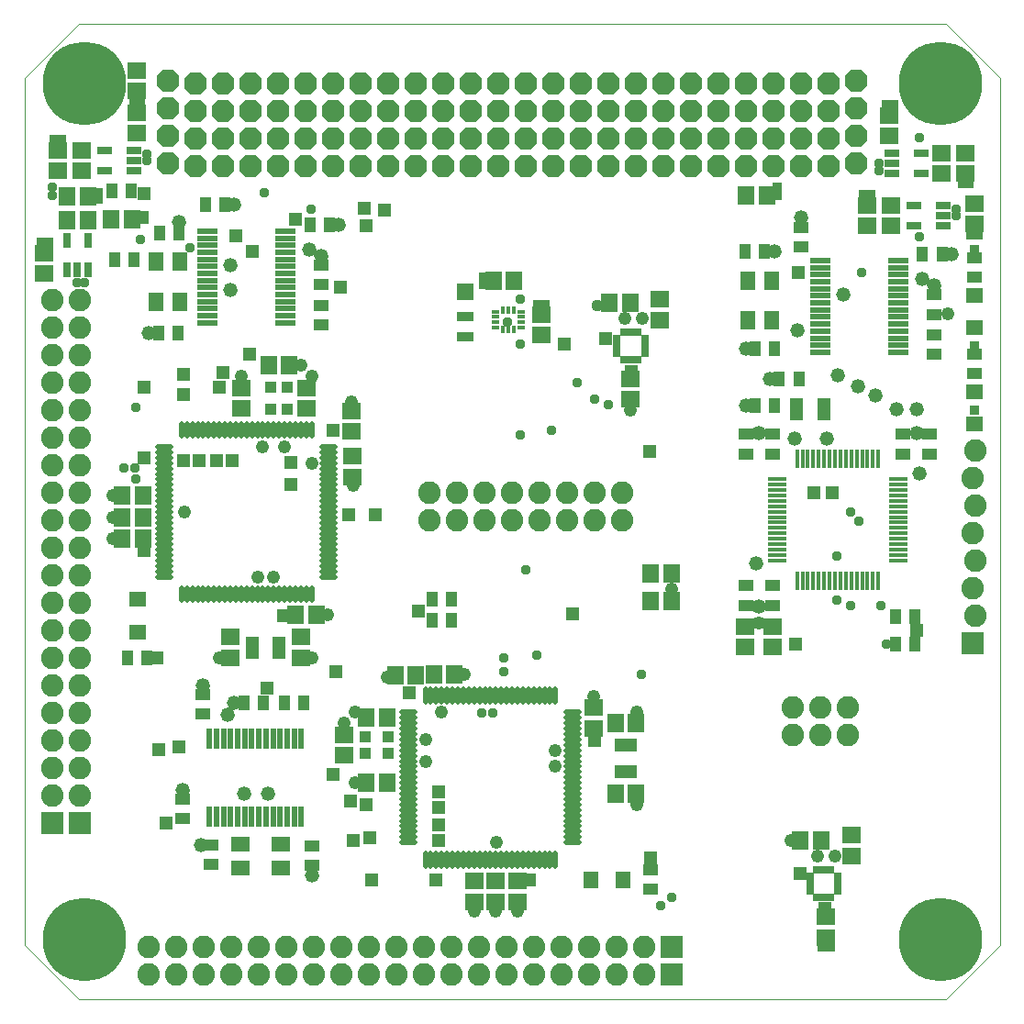
<source format=gts>
G75*
%MOIN*%
%OFA0B0*%
%FSLAX25Y25*%
%IPPOS*%
%LPD*%
%AMOC8*
5,1,8,0,0,1.08239X$1,22.5*
%
%ADD10R,0.06706X0.05918*%
%ADD11R,0.05918X0.06706*%
%ADD12R,0.04737X0.07887*%
%ADD13R,0.03950X0.04343*%
%ADD14C,0.01981*%
%ADD15R,0.03950X0.05524*%
%ADD16C,0.00000*%
%ADD17C,0.30328*%
%ADD18OC8,0.08200*%
%ADD19R,0.06902X0.01784*%
%ADD20R,0.01784X0.06902*%
%ADD21R,0.07690X0.02375*%
%ADD22R,0.05524X0.03950*%
%ADD23C,0.05200*%
%ADD24R,0.05721X0.07099*%
%ADD25R,0.01784X0.04737*%
%ADD26R,0.04737X0.01784*%
%ADD27R,0.08200X0.08200*%
%ADD28C,0.08200*%
%ADD29R,0.07887X0.04737*%
%ADD30R,0.02375X0.07690*%
%ADD31R,0.07099X0.05721*%
%ADD32R,0.04343X0.03950*%
%ADD33R,0.06312X0.05524*%
%ADD34R,0.05524X0.06312*%
%ADD35R,0.02570X0.01980*%
%ADD36R,0.01980X0.02570*%
%ADD37R,0.01784X0.02670*%
%ADD38R,0.02670X0.01784*%
%ADD39R,0.05918X0.03556*%
%ADD40R,0.05524X0.03162*%
%ADD41R,0.03162X0.05524*%
%ADD42R,0.04762X0.04762*%
%ADD43C,0.03778*%
%ADD44R,0.03778X0.03778*%
%ADD45C,0.04762*%
%ADD46C,0.04400*%
D10*
X0126400Y0094607D03*
X0126400Y0102087D03*
X0110652Y0130040D03*
X0110652Y0137520D03*
X0085061Y0137520D03*
X0085061Y0130040D03*
X0129509Y0195719D03*
X0129509Y0203199D03*
X0129213Y0212134D03*
X0129213Y0219615D03*
X0112620Y0220591D03*
X0112620Y0228071D03*
X0088998Y0228071D03*
X0088998Y0220591D03*
X0017548Y0269627D03*
X0017548Y0277107D03*
X0022298Y0306877D03*
X0022298Y0314357D03*
X0031048Y0314357D03*
X0031048Y0306877D03*
X0051048Y0320627D03*
X0051048Y0328107D03*
X0051098Y0335827D03*
X0051098Y0343307D03*
X0197945Y0254666D03*
X0197945Y0247186D03*
X0230550Y0231292D03*
X0230550Y0223812D03*
X0240940Y0252674D03*
X0240940Y0260154D03*
X0316298Y0286877D03*
X0316298Y0294357D03*
X0325048Y0294357D03*
X0325048Y0286877D03*
X0343298Y0305877D03*
X0343298Y0313357D03*
X0352048Y0313357D03*
X0352048Y0305877D03*
X0355548Y0295107D03*
X0355548Y0287627D03*
X0324548Y0319627D03*
X0324548Y0327107D03*
X0281912Y0141457D03*
X0281912Y0133977D03*
X0272069Y0133977D03*
X0272069Y0141457D03*
X0216951Y0111930D03*
X0216951Y0104449D03*
X0189392Y0048938D03*
X0189392Y0041457D03*
X0181518Y0041457D03*
X0181518Y0048938D03*
X0173644Y0048938D03*
X0173644Y0041457D03*
X0301472Y0035938D03*
X0301472Y0028457D03*
X0310808Y0058111D03*
X0310808Y0065591D03*
D11*
X0299638Y0063467D03*
X0292157Y0063467D03*
X0232502Y0080630D03*
X0225022Y0080630D03*
X0225022Y0106221D03*
X0232502Y0106221D03*
X0237865Y0150615D03*
X0245345Y0150615D03*
X0245345Y0160741D03*
X0237865Y0160741D03*
X0166446Y0123900D03*
X0158965Y0123900D03*
X0152430Y0123560D03*
X0144950Y0123560D03*
X0141951Y0108189D03*
X0134471Y0108189D03*
X0134471Y0084567D03*
X0141951Y0084567D03*
X0116361Y0145591D03*
X0108880Y0145591D03*
X0053369Y0173150D03*
X0045888Y0173150D03*
X0045888Y0181024D03*
X0053369Y0181024D03*
X0053369Y0188898D03*
X0045888Y0188898D03*
X0099038Y0236142D03*
X0106518Y0236142D03*
X0049280Y0289319D03*
X0041800Y0289319D03*
X0033288Y0288867D03*
X0025807Y0288867D03*
X0025807Y0297617D03*
X0033288Y0297617D03*
X0180737Y0266853D03*
X0188217Y0266853D03*
X0222872Y0259048D03*
X0230353Y0259048D03*
X0272557Y0297867D03*
X0280038Y0297867D03*
D12*
X0290802Y0220145D03*
X0300644Y0220145D03*
X0102778Y0133780D03*
X0092935Y0133780D03*
D13*
X0099825Y0220197D03*
X0105731Y0220197D03*
X0105731Y0228465D03*
X0099825Y0228465D03*
D14*
X0098841Y0215079D02*
X0098841Y0210551D01*
X0098841Y0210551D01*
X0098841Y0215079D01*
X0098841Y0215079D01*
X0098841Y0212531D02*
X0098841Y0212531D01*
X0098841Y0214511D02*
X0098841Y0214511D01*
X0100809Y0215079D02*
X0100809Y0210551D01*
X0100809Y0210551D01*
X0100809Y0215079D01*
X0100809Y0215079D01*
X0100809Y0212531D02*
X0100809Y0212531D01*
X0100809Y0214511D02*
X0100809Y0214511D01*
X0102778Y0215079D02*
X0102778Y0210551D01*
X0102778Y0210551D01*
X0102778Y0215079D01*
X0102778Y0215079D01*
X0102778Y0212531D02*
X0102778Y0212531D01*
X0102778Y0214511D02*
X0102778Y0214511D01*
X0104746Y0215079D02*
X0104746Y0210551D01*
X0104746Y0210551D01*
X0104746Y0215079D01*
X0104746Y0215079D01*
X0104746Y0212531D02*
X0104746Y0212531D01*
X0104746Y0214511D02*
X0104746Y0214511D01*
X0106715Y0215079D02*
X0106715Y0210551D01*
X0106715Y0210551D01*
X0106715Y0215079D01*
X0106715Y0215079D01*
X0106715Y0212531D02*
X0106715Y0212531D01*
X0106715Y0214511D02*
X0106715Y0214511D01*
X0108683Y0215079D02*
X0108683Y0210551D01*
X0108683Y0210551D01*
X0108683Y0215079D01*
X0108683Y0215079D01*
X0108683Y0212531D02*
X0108683Y0212531D01*
X0108683Y0214511D02*
X0108683Y0214511D01*
X0110652Y0215079D02*
X0110652Y0210551D01*
X0110652Y0210551D01*
X0110652Y0215079D01*
X0110652Y0215079D01*
X0110652Y0212531D02*
X0110652Y0212531D01*
X0110652Y0214511D02*
X0110652Y0214511D01*
X0112620Y0215079D02*
X0112620Y0210551D01*
X0112620Y0210551D01*
X0112620Y0215079D01*
X0112620Y0215079D01*
X0112620Y0212531D02*
X0112620Y0212531D01*
X0112620Y0214511D02*
X0112620Y0214511D01*
X0114589Y0215079D02*
X0114589Y0210551D01*
X0114589Y0210551D01*
X0114589Y0215079D01*
X0114589Y0215079D01*
X0114589Y0212531D02*
X0114589Y0212531D01*
X0114589Y0214511D02*
X0114589Y0214511D01*
X0118526Y0206615D02*
X0123054Y0206615D01*
X0123054Y0206615D01*
X0118526Y0206615D01*
X0118526Y0206615D01*
X0118526Y0204646D02*
X0123054Y0204646D01*
X0123054Y0204646D01*
X0118526Y0204646D01*
X0118526Y0204646D01*
X0118526Y0202678D02*
X0123054Y0202678D01*
X0123054Y0202678D01*
X0118526Y0202678D01*
X0118526Y0202678D01*
X0118526Y0200709D02*
X0123054Y0200709D01*
X0123054Y0200709D01*
X0118526Y0200709D01*
X0118526Y0200709D01*
X0118526Y0198741D02*
X0123054Y0198741D01*
X0123054Y0198741D01*
X0118526Y0198741D01*
X0118526Y0198741D01*
X0118526Y0196772D02*
X0123054Y0196772D01*
X0123054Y0196772D01*
X0118526Y0196772D01*
X0118526Y0196772D01*
X0118526Y0194804D02*
X0123054Y0194804D01*
X0123054Y0194804D01*
X0118526Y0194804D01*
X0118526Y0194804D01*
X0118526Y0192835D02*
X0123054Y0192835D01*
X0123054Y0192835D01*
X0118526Y0192835D01*
X0118526Y0192835D01*
X0118526Y0190867D02*
X0123054Y0190867D01*
X0123054Y0190867D01*
X0118526Y0190867D01*
X0118526Y0190867D01*
X0118526Y0188898D02*
X0123054Y0188898D01*
X0123054Y0188898D01*
X0118526Y0188898D01*
X0118526Y0188898D01*
X0118526Y0186930D02*
X0123054Y0186930D01*
X0123054Y0186930D01*
X0118526Y0186930D01*
X0118526Y0186930D01*
X0118526Y0184961D02*
X0123054Y0184961D01*
X0123054Y0184961D01*
X0118526Y0184961D01*
X0118526Y0184961D01*
X0118526Y0182993D02*
X0123054Y0182993D01*
X0123054Y0182993D01*
X0118526Y0182993D01*
X0118526Y0182993D01*
X0118526Y0181024D02*
X0123054Y0181024D01*
X0123054Y0181024D01*
X0118526Y0181024D01*
X0118526Y0181024D01*
X0118526Y0179056D02*
X0123054Y0179056D01*
X0123054Y0179056D01*
X0118526Y0179056D01*
X0118526Y0179056D01*
X0118526Y0177087D02*
X0123054Y0177087D01*
X0123054Y0177087D01*
X0118526Y0177087D01*
X0118526Y0177087D01*
X0118526Y0175119D02*
X0123054Y0175119D01*
X0123054Y0175119D01*
X0118526Y0175119D01*
X0118526Y0175119D01*
X0118526Y0173150D02*
X0123054Y0173150D01*
X0123054Y0173150D01*
X0118526Y0173150D01*
X0118526Y0173150D01*
X0118526Y0171182D02*
X0123054Y0171182D01*
X0123054Y0171182D01*
X0118526Y0171182D01*
X0118526Y0171182D01*
X0118526Y0169213D02*
X0123054Y0169213D01*
X0123054Y0169213D01*
X0118526Y0169213D01*
X0118526Y0169213D01*
X0118526Y0167245D02*
X0123054Y0167245D01*
X0123054Y0167245D01*
X0118526Y0167245D01*
X0118526Y0167245D01*
X0118526Y0165276D02*
X0123054Y0165276D01*
X0123054Y0165276D01*
X0118526Y0165276D01*
X0118526Y0165276D01*
X0118526Y0163308D02*
X0123054Y0163308D01*
X0123054Y0163308D01*
X0118526Y0163308D01*
X0118526Y0163308D01*
X0118526Y0161339D02*
X0123054Y0161339D01*
X0123054Y0161339D01*
X0118526Y0161339D01*
X0118526Y0161339D01*
X0118526Y0159371D02*
X0123054Y0159371D01*
X0123054Y0159371D01*
X0118526Y0159371D01*
X0118526Y0159371D01*
X0114589Y0155434D02*
X0114589Y0150906D01*
X0114589Y0150906D01*
X0114589Y0155434D01*
X0114589Y0155434D01*
X0114589Y0152886D02*
X0114589Y0152886D01*
X0114589Y0154866D02*
X0114589Y0154866D01*
X0112620Y0155434D02*
X0112620Y0150906D01*
X0112620Y0150906D01*
X0112620Y0155434D01*
X0112620Y0155434D01*
X0112620Y0152886D02*
X0112620Y0152886D01*
X0112620Y0154866D02*
X0112620Y0154866D01*
X0110652Y0155434D02*
X0110652Y0150906D01*
X0110652Y0150906D01*
X0110652Y0155434D01*
X0110652Y0155434D01*
X0110652Y0152886D02*
X0110652Y0152886D01*
X0110652Y0154866D02*
X0110652Y0154866D01*
X0108683Y0155434D02*
X0108683Y0150906D01*
X0108683Y0150906D01*
X0108683Y0155434D01*
X0108683Y0155434D01*
X0108683Y0152886D02*
X0108683Y0152886D01*
X0108683Y0154866D02*
X0108683Y0154866D01*
X0106715Y0155434D02*
X0106715Y0150906D01*
X0106715Y0150906D01*
X0106715Y0155434D01*
X0106715Y0155434D01*
X0106715Y0152886D02*
X0106715Y0152886D01*
X0106715Y0154866D02*
X0106715Y0154866D01*
X0104746Y0155434D02*
X0104746Y0150906D01*
X0104746Y0150906D01*
X0104746Y0155434D01*
X0104746Y0155434D01*
X0104746Y0152886D02*
X0104746Y0152886D01*
X0104746Y0154866D02*
X0104746Y0154866D01*
X0102778Y0155434D02*
X0102778Y0150906D01*
X0102778Y0150906D01*
X0102778Y0155434D01*
X0102778Y0155434D01*
X0102778Y0152886D02*
X0102778Y0152886D01*
X0102778Y0154866D02*
X0102778Y0154866D01*
X0100809Y0155434D02*
X0100809Y0150906D01*
X0100809Y0150906D01*
X0100809Y0155434D01*
X0100809Y0155434D01*
X0100809Y0152886D02*
X0100809Y0152886D01*
X0100809Y0154866D02*
X0100809Y0154866D01*
X0098841Y0155434D02*
X0098841Y0150906D01*
X0098841Y0150906D01*
X0098841Y0155434D01*
X0098841Y0155434D01*
X0098841Y0152886D02*
X0098841Y0152886D01*
X0098841Y0154866D02*
X0098841Y0154866D01*
X0096872Y0155434D02*
X0096872Y0150906D01*
X0096872Y0150906D01*
X0096872Y0155434D01*
X0096872Y0155434D01*
X0096872Y0152886D02*
X0096872Y0152886D01*
X0096872Y0154866D02*
X0096872Y0154866D01*
X0094904Y0155434D02*
X0094904Y0150906D01*
X0094904Y0150906D01*
X0094904Y0155434D01*
X0094904Y0155434D01*
X0094904Y0152886D02*
X0094904Y0152886D01*
X0094904Y0154866D02*
X0094904Y0154866D01*
X0092935Y0155434D02*
X0092935Y0150906D01*
X0092935Y0150906D01*
X0092935Y0155434D01*
X0092935Y0155434D01*
X0092935Y0152886D02*
X0092935Y0152886D01*
X0092935Y0154866D02*
X0092935Y0154866D01*
X0090967Y0155434D02*
X0090967Y0150906D01*
X0090967Y0150906D01*
X0090967Y0155434D01*
X0090967Y0155434D01*
X0090967Y0152886D02*
X0090967Y0152886D01*
X0090967Y0154866D02*
X0090967Y0154866D01*
X0088998Y0155434D02*
X0088998Y0150906D01*
X0088998Y0150906D01*
X0088998Y0155434D01*
X0088998Y0155434D01*
X0088998Y0152886D02*
X0088998Y0152886D01*
X0088998Y0154866D02*
X0088998Y0154866D01*
X0087030Y0155434D02*
X0087030Y0150906D01*
X0087030Y0150906D01*
X0087030Y0155434D01*
X0087030Y0155434D01*
X0087030Y0152886D02*
X0087030Y0152886D01*
X0087030Y0154866D02*
X0087030Y0154866D01*
X0085061Y0155434D02*
X0085061Y0150906D01*
X0085061Y0150906D01*
X0085061Y0155434D01*
X0085061Y0155434D01*
X0085061Y0152886D02*
X0085061Y0152886D01*
X0085061Y0154866D02*
X0085061Y0154866D01*
X0083093Y0155434D02*
X0083093Y0150906D01*
X0083093Y0150906D01*
X0083093Y0155434D01*
X0083093Y0155434D01*
X0083093Y0152886D02*
X0083093Y0152886D01*
X0083093Y0154866D02*
X0083093Y0154866D01*
X0081124Y0155434D02*
X0081124Y0150906D01*
X0081124Y0150906D01*
X0081124Y0155434D01*
X0081124Y0155434D01*
X0081124Y0152886D02*
X0081124Y0152886D01*
X0081124Y0154866D02*
X0081124Y0154866D01*
X0079156Y0155434D02*
X0079156Y0150906D01*
X0079156Y0150906D01*
X0079156Y0155434D01*
X0079156Y0155434D01*
X0079156Y0152886D02*
X0079156Y0152886D01*
X0079156Y0154866D02*
X0079156Y0154866D01*
X0077187Y0155434D02*
X0077187Y0150906D01*
X0077187Y0150906D01*
X0077187Y0155434D01*
X0077187Y0155434D01*
X0077187Y0152886D02*
X0077187Y0152886D01*
X0077187Y0154866D02*
X0077187Y0154866D01*
X0075219Y0155434D02*
X0075219Y0150906D01*
X0075219Y0150906D01*
X0075219Y0155434D01*
X0075219Y0155434D01*
X0075219Y0152886D02*
X0075219Y0152886D01*
X0075219Y0154866D02*
X0075219Y0154866D01*
X0073250Y0155434D02*
X0073250Y0150906D01*
X0073250Y0150906D01*
X0073250Y0155434D01*
X0073250Y0155434D01*
X0073250Y0152886D02*
X0073250Y0152886D01*
X0073250Y0154866D02*
X0073250Y0154866D01*
X0071282Y0155434D02*
X0071282Y0150906D01*
X0071282Y0150906D01*
X0071282Y0155434D01*
X0071282Y0155434D01*
X0071282Y0152886D02*
X0071282Y0152886D01*
X0071282Y0154866D02*
X0071282Y0154866D01*
X0069313Y0155434D02*
X0069313Y0150906D01*
X0069313Y0150906D01*
X0069313Y0155434D01*
X0069313Y0155434D01*
X0069313Y0152886D02*
X0069313Y0152886D01*
X0069313Y0154866D02*
X0069313Y0154866D01*
X0067345Y0155434D02*
X0067345Y0150906D01*
X0067345Y0150906D01*
X0067345Y0155434D01*
X0067345Y0155434D01*
X0067345Y0152886D02*
X0067345Y0152886D01*
X0067345Y0154866D02*
X0067345Y0154866D01*
X0063408Y0159371D02*
X0058880Y0159371D01*
X0063408Y0159371D02*
X0063408Y0159371D01*
X0058880Y0159371D01*
X0058880Y0159371D01*
X0058880Y0161339D02*
X0063408Y0161339D01*
X0063408Y0161339D01*
X0058880Y0161339D01*
X0058880Y0161339D01*
X0058880Y0163308D02*
X0063408Y0163308D01*
X0063408Y0163308D01*
X0058880Y0163308D01*
X0058880Y0163308D01*
X0058880Y0165276D02*
X0063408Y0165276D01*
X0063408Y0165276D01*
X0058880Y0165276D01*
X0058880Y0165276D01*
X0058880Y0167245D02*
X0063408Y0167245D01*
X0063408Y0167245D01*
X0058880Y0167245D01*
X0058880Y0167245D01*
X0058880Y0169213D02*
X0063408Y0169213D01*
X0063408Y0169213D01*
X0058880Y0169213D01*
X0058880Y0169213D01*
X0058880Y0171182D02*
X0063408Y0171182D01*
X0063408Y0171182D01*
X0058880Y0171182D01*
X0058880Y0171182D01*
X0058880Y0173150D02*
X0063408Y0173150D01*
X0063408Y0173150D01*
X0058880Y0173150D01*
X0058880Y0173150D01*
X0058880Y0175119D02*
X0063408Y0175119D01*
X0063408Y0175119D01*
X0058880Y0175119D01*
X0058880Y0175119D01*
X0058880Y0177087D02*
X0063408Y0177087D01*
X0063408Y0177087D01*
X0058880Y0177087D01*
X0058880Y0177087D01*
X0058880Y0179056D02*
X0063408Y0179056D01*
X0063408Y0179056D01*
X0058880Y0179056D01*
X0058880Y0179056D01*
X0058880Y0181024D02*
X0063408Y0181024D01*
X0063408Y0181024D01*
X0058880Y0181024D01*
X0058880Y0181024D01*
X0058880Y0182993D02*
X0063408Y0182993D01*
X0063408Y0182993D01*
X0058880Y0182993D01*
X0058880Y0182993D01*
X0058880Y0184961D02*
X0063408Y0184961D01*
X0063408Y0184961D01*
X0058880Y0184961D01*
X0058880Y0184961D01*
X0058880Y0186930D02*
X0063408Y0186930D01*
X0063408Y0186930D01*
X0058880Y0186930D01*
X0058880Y0186930D01*
X0058880Y0188898D02*
X0063408Y0188898D01*
X0063408Y0188898D01*
X0058880Y0188898D01*
X0058880Y0188898D01*
X0058880Y0190867D02*
X0063408Y0190867D01*
X0063408Y0190867D01*
X0058880Y0190867D01*
X0058880Y0190867D01*
X0058880Y0192835D02*
X0063408Y0192835D01*
X0063408Y0192835D01*
X0058880Y0192835D01*
X0058880Y0192835D01*
X0058880Y0194804D02*
X0063408Y0194804D01*
X0063408Y0194804D01*
X0058880Y0194804D01*
X0058880Y0194804D01*
X0058880Y0196772D02*
X0063408Y0196772D01*
X0063408Y0196772D01*
X0058880Y0196772D01*
X0058880Y0196772D01*
X0058880Y0198741D02*
X0063408Y0198741D01*
X0063408Y0198741D01*
X0058880Y0198741D01*
X0058880Y0198741D01*
X0058880Y0200709D02*
X0063408Y0200709D01*
X0063408Y0200709D01*
X0058880Y0200709D01*
X0058880Y0200709D01*
X0058880Y0202678D02*
X0063408Y0202678D01*
X0063408Y0202678D01*
X0058880Y0202678D01*
X0058880Y0202678D01*
X0058880Y0204646D02*
X0063408Y0204646D01*
X0063408Y0204646D01*
X0058880Y0204646D01*
X0058880Y0204646D01*
X0058880Y0206615D02*
X0063408Y0206615D01*
X0063408Y0206615D01*
X0058880Y0206615D01*
X0058880Y0206615D01*
X0067345Y0210551D02*
X0067345Y0215079D01*
X0067345Y0210551D02*
X0067345Y0210551D01*
X0067345Y0215079D01*
X0067345Y0215079D01*
X0067345Y0212531D02*
X0067345Y0212531D01*
X0067345Y0214511D02*
X0067345Y0214511D01*
X0069313Y0215079D02*
X0069313Y0210551D01*
X0069313Y0210551D01*
X0069313Y0215079D01*
X0069313Y0215079D01*
X0069313Y0212531D02*
X0069313Y0212531D01*
X0069313Y0214511D02*
X0069313Y0214511D01*
X0071282Y0215079D02*
X0071282Y0210551D01*
X0071282Y0210551D01*
X0071282Y0215079D01*
X0071282Y0215079D01*
X0071282Y0212531D02*
X0071282Y0212531D01*
X0071282Y0214511D02*
X0071282Y0214511D01*
X0073250Y0215079D02*
X0073250Y0210551D01*
X0073250Y0210551D01*
X0073250Y0215079D01*
X0073250Y0215079D01*
X0073250Y0212531D02*
X0073250Y0212531D01*
X0073250Y0214511D02*
X0073250Y0214511D01*
X0075219Y0215079D02*
X0075219Y0210551D01*
X0075219Y0210551D01*
X0075219Y0215079D01*
X0075219Y0215079D01*
X0075219Y0212531D02*
X0075219Y0212531D01*
X0075219Y0214511D02*
X0075219Y0214511D01*
X0077187Y0215079D02*
X0077187Y0210551D01*
X0077187Y0210551D01*
X0077187Y0215079D01*
X0077187Y0215079D01*
X0077187Y0212531D02*
X0077187Y0212531D01*
X0077187Y0214511D02*
X0077187Y0214511D01*
X0079156Y0215079D02*
X0079156Y0210551D01*
X0079156Y0210551D01*
X0079156Y0215079D01*
X0079156Y0215079D01*
X0079156Y0212531D02*
X0079156Y0212531D01*
X0079156Y0214511D02*
X0079156Y0214511D01*
X0081124Y0215079D02*
X0081124Y0210551D01*
X0081124Y0210551D01*
X0081124Y0215079D01*
X0081124Y0215079D01*
X0081124Y0212531D02*
X0081124Y0212531D01*
X0081124Y0214511D02*
X0081124Y0214511D01*
X0083093Y0215079D02*
X0083093Y0210551D01*
X0083093Y0210551D01*
X0083093Y0215079D01*
X0083093Y0215079D01*
X0083093Y0212531D02*
X0083093Y0212531D01*
X0083093Y0214511D02*
X0083093Y0214511D01*
X0085061Y0215079D02*
X0085061Y0210551D01*
X0085061Y0210551D01*
X0085061Y0215079D01*
X0085061Y0215079D01*
X0085061Y0212531D02*
X0085061Y0212531D01*
X0085061Y0214511D02*
X0085061Y0214511D01*
X0087030Y0215079D02*
X0087030Y0210551D01*
X0087030Y0210551D01*
X0087030Y0215079D01*
X0087030Y0215079D01*
X0087030Y0212531D02*
X0087030Y0212531D01*
X0087030Y0214511D02*
X0087030Y0214511D01*
X0088998Y0215079D02*
X0088998Y0210551D01*
X0088998Y0210551D01*
X0088998Y0215079D01*
X0088998Y0215079D01*
X0088998Y0212531D02*
X0088998Y0212531D01*
X0088998Y0214511D02*
X0088998Y0214511D01*
X0090967Y0215079D02*
X0090967Y0210551D01*
X0090967Y0210551D01*
X0090967Y0215079D01*
X0090967Y0215079D01*
X0090967Y0212531D02*
X0090967Y0212531D01*
X0090967Y0214511D02*
X0090967Y0214511D01*
X0092935Y0215079D02*
X0092935Y0210551D01*
X0092935Y0210551D01*
X0092935Y0215079D01*
X0092935Y0215079D01*
X0092935Y0212531D02*
X0092935Y0212531D01*
X0092935Y0214511D02*
X0092935Y0214511D01*
X0094904Y0215079D02*
X0094904Y0210551D01*
X0094904Y0210551D01*
X0094904Y0215079D01*
X0094904Y0215079D01*
X0094904Y0212531D02*
X0094904Y0212531D01*
X0094904Y0214511D02*
X0094904Y0214511D01*
X0096872Y0215079D02*
X0096872Y0210551D01*
X0096872Y0210551D01*
X0096872Y0215079D01*
X0096872Y0215079D01*
X0096872Y0212531D02*
X0096872Y0212531D01*
X0096872Y0214511D02*
X0096872Y0214511D01*
X0155928Y0118623D02*
X0155928Y0114095D01*
X0155928Y0118623D02*
X0155928Y0118623D01*
X0155928Y0114095D01*
X0155928Y0114095D01*
X0155928Y0116075D02*
X0155928Y0116075D01*
X0155928Y0118055D02*
X0155928Y0118055D01*
X0157896Y0118623D02*
X0157896Y0114095D01*
X0157896Y0118623D02*
X0157896Y0118623D01*
X0157896Y0114095D01*
X0157896Y0114095D01*
X0157896Y0116075D02*
X0157896Y0116075D01*
X0157896Y0118055D02*
X0157896Y0118055D01*
X0159865Y0118623D02*
X0159865Y0114095D01*
X0159865Y0118623D02*
X0159865Y0118623D01*
X0159865Y0114095D01*
X0159865Y0114095D01*
X0159865Y0116075D02*
X0159865Y0116075D01*
X0159865Y0118055D02*
X0159865Y0118055D01*
X0161833Y0118623D02*
X0161833Y0114095D01*
X0161833Y0118623D02*
X0161833Y0118623D01*
X0161833Y0114095D01*
X0161833Y0114095D01*
X0161833Y0116075D02*
X0161833Y0116075D01*
X0161833Y0118055D02*
X0161833Y0118055D01*
X0163802Y0118623D02*
X0163802Y0114095D01*
X0163802Y0118623D02*
X0163802Y0118623D01*
X0163802Y0114095D01*
X0163802Y0114095D01*
X0163802Y0116075D02*
X0163802Y0116075D01*
X0163802Y0118055D02*
X0163802Y0118055D01*
X0165770Y0118623D02*
X0165770Y0114095D01*
X0165770Y0118623D02*
X0165770Y0118623D01*
X0165770Y0114095D01*
X0165770Y0114095D01*
X0165770Y0116075D02*
X0165770Y0116075D01*
X0165770Y0118055D02*
X0165770Y0118055D01*
X0167739Y0118623D02*
X0167739Y0114095D01*
X0167739Y0118623D02*
X0167739Y0118623D01*
X0167739Y0114095D01*
X0167739Y0114095D01*
X0167739Y0116075D02*
X0167739Y0116075D01*
X0167739Y0118055D02*
X0167739Y0118055D01*
X0169707Y0118623D02*
X0169707Y0114095D01*
X0169707Y0118623D02*
X0169707Y0118623D01*
X0169707Y0114095D01*
X0169707Y0114095D01*
X0169707Y0116075D02*
X0169707Y0116075D01*
X0169707Y0118055D02*
X0169707Y0118055D01*
X0171676Y0118623D02*
X0171676Y0114095D01*
X0171676Y0118623D02*
X0171676Y0118623D01*
X0171676Y0114095D01*
X0171676Y0114095D01*
X0171676Y0116075D02*
X0171676Y0116075D01*
X0171676Y0118055D02*
X0171676Y0118055D01*
X0173644Y0118623D02*
X0173644Y0114095D01*
X0173644Y0118623D02*
X0173644Y0118623D01*
X0173644Y0114095D01*
X0173644Y0114095D01*
X0173644Y0116075D02*
X0173644Y0116075D01*
X0173644Y0118055D02*
X0173644Y0118055D01*
X0175613Y0118623D02*
X0175613Y0114095D01*
X0175613Y0118623D02*
X0175613Y0118623D01*
X0175613Y0114095D01*
X0175613Y0114095D01*
X0175613Y0116075D02*
X0175613Y0116075D01*
X0175613Y0118055D02*
X0175613Y0118055D01*
X0177581Y0118623D02*
X0177581Y0114095D01*
X0177581Y0118623D02*
X0177581Y0118623D01*
X0177581Y0114095D01*
X0177581Y0114095D01*
X0177581Y0116075D02*
X0177581Y0116075D01*
X0177581Y0118055D02*
X0177581Y0118055D01*
X0179550Y0118623D02*
X0179550Y0114095D01*
X0179550Y0118623D02*
X0179550Y0118623D01*
X0179550Y0114095D01*
X0179550Y0114095D01*
X0179550Y0116075D02*
X0179550Y0116075D01*
X0179550Y0118055D02*
X0179550Y0118055D01*
X0181518Y0118623D02*
X0181518Y0114095D01*
X0181518Y0118623D02*
X0181518Y0118623D01*
X0181518Y0114095D01*
X0181518Y0114095D01*
X0181518Y0116075D02*
X0181518Y0116075D01*
X0181518Y0118055D02*
X0181518Y0118055D01*
X0183487Y0118623D02*
X0183487Y0114095D01*
X0183487Y0118623D02*
X0183487Y0118623D01*
X0183487Y0114095D01*
X0183487Y0114095D01*
X0183487Y0116075D02*
X0183487Y0116075D01*
X0183487Y0118055D02*
X0183487Y0118055D01*
X0185455Y0118623D02*
X0185455Y0114095D01*
X0185455Y0118623D02*
X0185455Y0118623D01*
X0185455Y0114095D01*
X0185455Y0114095D01*
X0185455Y0116075D02*
X0185455Y0116075D01*
X0185455Y0118055D02*
X0185455Y0118055D01*
X0187424Y0118623D02*
X0187424Y0114095D01*
X0187424Y0118623D02*
X0187424Y0118623D01*
X0187424Y0114095D01*
X0187424Y0114095D01*
X0187424Y0116075D02*
X0187424Y0116075D01*
X0187424Y0118055D02*
X0187424Y0118055D01*
X0189392Y0118623D02*
X0189392Y0114095D01*
X0189392Y0118623D02*
X0189392Y0118623D01*
X0189392Y0114095D01*
X0189392Y0114095D01*
X0189392Y0116075D02*
X0189392Y0116075D01*
X0189392Y0118055D02*
X0189392Y0118055D01*
X0191361Y0118623D02*
X0191361Y0114095D01*
X0191361Y0118623D02*
X0191361Y0118623D01*
X0191361Y0114095D01*
X0191361Y0114095D01*
X0191361Y0116075D02*
X0191361Y0116075D01*
X0191361Y0118055D02*
X0191361Y0118055D01*
X0193329Y0118623D02*
X0193329Y0114095D01*
X0193329Y0118623D02*
X0193329Y0118623D01*
X0193329Y0114095D01*
X0193329Y0114095D01*
X0193329Y0116075D02*
X0193329Y0116075D01*
X0193329Y0118055D02*
X0193329Y0118055D01*
X0195298Y0118623D02*
X0195298Y0114095D01*
X0195298Y0118623D02*
X0195298Y0118623D01*
X0195298Y0114095D01*
X0195298Y0114095D01*
X0195298Y0116075D02*
X0195298Y0116075D01*
X0195298Y0118055D02*
X0195298Y0118055D01*
X0197266Y0118623D02*
X0197266Y0114095D01*
X0197266Y0118623D02*
X0197266Y0118623D01*
X0197266Y0114095D01*
X0197266Y0114095D01*
X0197266Y0116075D02*
X0197266Y0116075D01*
X0197266Y0118055D02*
X0197266Y0118055D01*
X0199235Y0118623D02*
X0199235Y0114095D01*
X0199235Y0118623D02*
X0199235Y0118623D01*
X0199235Y0114095D01*
X0199235Y0114095D01*
X0199235Y0116075D02*
X0199235Y0116075D01*
X0199235Y0118055D02*
X0199235Y0118055D01*
X0201203Y0118623D02*
X0201203Y0114095D01*
X0201203Y0118623D02*
X0201203Y0118623D01*
X0201203Y0114095D01*
X0201203Y0114095D01*
X0201203Y0116075D02*
X0201203Y0116075D01*
X0201203Y0118055D02*
X0201203Y0118055D01*
X0203172Y0118623D02*
X0203172Y0114095D01*
X0203172Y0118623D02*
X0203172Y0118623D01*
X0203172Y0114095D01*
X0203172Y0114095D01*
X0203172Y0116075D02*
X0203172Y0116075D01*
X0203172Y0118055D02*
X0203172Y0118055D01*
X0207108Y0110158D02*
X0211636Y0110158D01*
X0211636Y0110158D01*
X0207108Y0110158D01*
X0207108Y0110158D01*
X0207108Y0108190D02*
X0211636Y0108190D01*
X0211636Y0108190D01*
X0207108Y0108190D01*
X0207108Y0108190D01*
X0207108Y0106221D02*
X0211636Y0106221D01*
X0211636Y0106221D01*
X0207108Y0106221D01*
X0207108Y0106221D01*
X0207108Y0104252D02*
X0211636Y0104252D01*
X0211636Y0104252D01*
X0207108Y0104252D01*
X0207108Y0104252D01*
X0207108Y0102284D02*
X0211636Y0102284D01*
X0211636Y0102284D01*
X0207108Y0102284D01*
X0207108Y0102284D01*
X0207108Y0100315D02*
X0211636Y0100315D01*
X0211636Y0100315D01*
X0207108Y0100315D01*
X0207108Y0100315D01*
X0207108Y0098347D02*
X0211636Y0098347D01*
X0211636Y0098347D01*
X0207108Y0098347D01*
X0207108Y0098347D01*
X0207108Y0096378D02*
X0211636Y0096378D01*
X0211636Y0096378D01*
X0207108Y0096378D01*
X0207108Y0096378D01*
X0207108Y0094410D02*
X0211636Y0094410D01*
X0211636Y0094410D01*
X0207108Y0094410D01*
X0207108Y0094410D01*
X0207108Y0092441D02*
X0211636Y0092441D01*
X0211636Y0092441D01*
X0207108Y0092441D01*
X0207108Y0092441D01*
X0207108Y0090473D02*
X0211636Y0090473D01*
X0211636Y0090473D01*
X0207108Y0090473D01*
X0207108Y0090473D01*
X0207108Y0088504D02*
X0211636Y0088504D01*
X0211636Y0088504D01*
X0207108Y0088504D01*
X0207108Y0088504D01*
X0207108Y0086536D02*
X0211636Y0086536D01*
X0211636Y0086536D01*
X0207108Y0086536D01*
X0207108Y0086536D01*
X0207108Y0084567D02*
X0211636Y0084567D01*
X0211636Y0084567D01*
X0207108Y0084567D01*
X0207108Y0084567D01*
X0207108Y0082599D02*
X0211636Y0082599D01*
X0211636Y0082599D01*
X0207108Y0082599D01*
X0207108Y0082599D01*
X0207108Y0080630D02*
X0211636Y0080630D01*
X0211636Y0080630D01*
X0207108Y0080630D01*
X0207108Y0080630D01*
X0207108Y0078662D02*
X0211636Y0078662D01*
X0211636Y0078662D01*
X0207108Y0078662D01*
X0207108Y0078662D01*
X0207108Y0076693D02*
X0211636Y0076693D01*
X0211636Y0076693D01*
X0207108Y0076693D01*
X0207108Y0076693D01*
X0207108Y0074725D02*
X0211636Y0074725D01*
X0211636Y0074725D01*
X0207108Y0074725D01*
X0207108Y0074725D01*
X0207108Y0072756D02*
X0211636Y0072756D01*
X0211636Y0072756D01*
X0207108Y0072756D01*
X0207108Y0072756D01*
X0207108Y0070788D02*
X0211636Y0070788D01*
X0211636Y0070788D01*
X0207108Y0070788D01*
X0207108Y0070788D01*
X0207108Y0068819D02*
X0211636Y0068819D01*
X0211636Y0068819D01*
X0207108Y0068819D01*
X0207108Y0068819D01*
X0207108Y0066851D02*
X0211636Y0066851D01*
X0211636Y0066851D01*
X0207108Y0066851D01*
X0207108Y0066851D01*
X0207108Y0064882D02*
X0211636Y0064882D01*
X0211636Y0064882D01*
X0207108Y0064882D01*
X0207108Y0064882D01*
X0207108Y0062914D02*
X0211636Y0062914D01*
X0211636Y0062914D01*
X0207108Y0062914D01*
X0207108Y0062914D01*
X0203172Y0058977D02*
X0203172Y0054449D01*
X0203172Y0058977D02*
X0203172Y0058977D01*
X0203172Y0054449D01*
X0203172Y0054449D01*
X0203172Y0056429D02*
X0203172Y0056429D01*
X0203172Y0058409D02*
X0203172Y0058409D01*
X0201203Y0058977D02*
X0201203Y0054449D01*
X0201203Y0058977D02*
X0201203Y0058977D01*
X0201203Y0054449D01*
X0201203Y0054449D01*
X0201203Y0056429D02*
X0201203Y0056429D01*
X0201203Y0058409D02*
X0201203Y0058409D01*
X0199235Y0058977D02*
X0199235Y0054449D01*
X0199235Y0058977D02*
X0199235Y0058977D01*
X0199235Y0054449D01*
X0199235Y0054449D01*
X0199235Y0056429D02*
X0199235Y0056429D01*
X0199235Y0058409D02*
X0199235Y0058409D01*
X0197266Y0058977D02*
X0197266Y0054449D01*
X0197266Y0058977D02*
X0197266Y0058977D01*
X0197266Y0054449D01*
X0197266Y0054449D01*
X0197266Y0056429D02*
X0197266Y0056429D01*
X0197266Y0058409D02*
X0197266Y0058409D01*
X0195298Y0058977D02*
X0195298Y0054449D01*
X0195298Y0058977D02*
X0195298Y0058977D01*
X0195298Y0054449D01*
X0195298Y0054449D01*
X0195298Y0056429D02*
X0195298Y0056429D01*
X0195298Y0058409D02*
X0195298Y0058409D01*
X0193329Y0058977D02*
X0193329Y0054449D01*
X0193329Y0058977D02*
X0193329Y0058977D01*
X0193329Y0054449D01*
X0193329Y0054449D01*
X0193329Y0056429D02*
X0193329Y0056429D01*
X0193329Y0058409D02*
X0193329Y0058409D01*
X0191361Y0058977D02*
X0191361Y0054449D01*
X0191361Y0058977D02*
X0191361Y0058977D01*
X0191361Y0054449D01*
X0191361Y0054449D01*
X0191361Y0056429D02*
X0191361Y0056429D01*
X0191361Y0058409D02*
X0191361Y0058409D01*
X0189392Y0058977D02*
X0189392Y0054449D01*
X0189392Y0058977D02*
X0189392Y0058977D01*
X0189392Y0054449D01*
X0189392Y0054449D01*
X0189392Y0056429D02*
X0189392Y0056429D01*
X0189392Y0058409D02*
X0189392Y0058409D01*
X0187424Y0058977D02*
X0187424Y0054449D01*
X0187424Y0058977D02*
X0187424Y0058977D01*
X0187424Y0054449D01*
X0187424Y0054449D01*
X0187424Y0056429D02*
X0187424Y0056429D01*
X0187424Y0058409D02*
X0187424Y0058409D01*
X0185455Y0058977D02*
X0185455Y0054449D01*
X0185455Y0058977D02*
X0185455Y0058977D01*
X0185455Y0054449D01*
X0185455Y0054449D01*
X0185455Y0056429D02*
X0185455Y0056429D01*
X0185455Y0058409D02*
X0185455Y0058409D01*
X0183487Y0058977D02*
X0183487Y0054449D01*
X0183487Y0058977D02*
X0183487Y0058977D01*
X0183487Y0054449D01*
X0183487Y0054449D01*
X0183487Y0056429D02*
X0183487Y0056429D01*
X0183487Y0058409D02*
X0183487Y0058409D01*
X0181518Y0058977D02*
X0181518Y0054449D01*
X0181518Y0058977D02*
X0181518Y0058977D01*
X0181518Y0054449D01*
X0181518Y0054449D01*
X0181518Y0056429D02*
X0181518Y0056429D01*
X0181518Y0058409D02*
X0181518Y0058409D01*
X0179550Y0058977D02*
X0179550Y0054449D01*
X0179550Y0058977D02*
X0179550Y0058977D01*
X0179550Y0054449D01*
X0179550Y0054449D01*
X0179550Y0056429D02*
X0179550Y0056429D01*
X0179550Y0058409D02*
X0179550Y0058409D01*
X0177581Y0058977D02*
X0177581Y0054449D01*
X0177581Y0058977D02*
X0177581Y0058977D01*
X0177581Y0054449D01*
X0177581Y0054449D01*
X0177581Y0056429D02*
X0177581Y0056429D01*
X0177581Y0058409D02*
X0177581Y0058409D01*
X0175613Y0058977D02*
X0175613Y0054449D01*
X0175613Y0058977D02*
X0175613Y0058977D01*
X0175613Y0054449D01*
X0175613Y0054449D01*
X0175613Y0056429D02*
X0175613Y0056429D01*
X0175613Y0058409D02*
X0175613Y0058409D01*
X0173644Y0058977D02*
X0173644Y0054449D01*
X0173644Y0058977D02*
X0173644Y0058977D01*
X0173644Y0054449D01*
X0173644Y0054449D01*
X0173644Y0056429D02*
X0173644Y0056429D01*
X0173644Y0058409D02*
X0173644Y0058409D01*
X0171676Y0058977D02*
X0171676Y0054449D01*
X0171676Y0058977D02*
X0171676Y0058977D01*
X0171676Y0054449D01*
X0171676Y0054449D01*
X0171676Y0056429D02*
X0171676Y0056429D01*
X0171676Y0058409D02*
X0171676Y0058409D01*
X0169707Y0058977D02*
X0169707Y0054449D01*
X0169707Y0058977D02*
X0169707Y0058977D01*
X0169707Y0054449D01*
X0169707Y0054449D01*
X0169707Y0056429D02*
X0169707Y0056429D01*
X0169707Y0058409D02*
X0169707Y0058409D01*
X0167739Y0058977D02*
X0167739Y0054449D01*
X0167739Y0058977D02*
X0167739Y0058977D01*
X0167739Y0054449D01*
X0167739Y0054449D01*
X0167739Y0056429D02*
X0167739Y0056429D01*
X0167739Y0058409D02*
X0167739Y0058409D01*
X0165770Y0058977D02*
X0165770Y0054449D01*
X0165770Y0058977D02*
X0165770Y0058977D01*
X0165770Y0054449D01*
X0165770Y0054449D01*
X0165770Y0056429D02*
X0165770Y0056429D01*
X0165770Y0058409D02*
X0165770Y0058409D01*
X0163802Y0058977D02*
X0163802Y0054449D01*
X0163802Y0058977D02*
X0163802Y0058977D01*
X0163802Y0054449D01*
X0163802Y0054449D01*
X0163802Y0056429D02*
X0163802Y0056429D01*
X0163802Y0058409D02*
X0163802Y0058409D01*
X0161833Y0058977D02*
X0161833Y0054449D01*
X0161833Y0058977D02*
X0161833Y0058977D01*
X0161833Y0054449D01*
X0161833Y0054449D01*
X0161833Y0056429D02*
X0161833Y0056429D01*
X0161833Y0058409D02*
X0161833Y0058409D01*
X0159865Y0058977D02*
X0159865Y0054449D01*
X0159865Y0058977D02*
X0159865Y0058977D01*
X0159865Y0054449D01*
X0159865Y0054449D01*
X0159865Y0056429D02*
X0159865Y0056429D01*
X0159865Y0058409D02*
X0159865Y0058409D01*
X0157896Y0058977D02*
X0157896Y0054449D01*
X0157896Y0058977D02*
X0157896Y0058977D01*
X0157896Y0054449D01*
X0157896Y0054449D01*
X0157896Y0056429D02*
X0157896Y0056429D01*
X0157896Y0058409D02*
X0157896Y0058409D01*
X0155928Y0058977D02*
X0155928Y0054449D01*
X0155928Y0058977D02*
X0155928Y0058977D01*
X0155928Y0054449D01*
X0155928Y0054449D01*
X0155928Y0056429D02*
X0155928Y0056429D01*
X0155928Y0058409D02*
X0155928Y0058409D01*
X0151991Y0062914D02*
X0147463Y0062914D01*
X0151991Y0062914D02*
X0151991Y0062914D01*
X0147463Y0062914D01*
X0147463Y0062914D01*
X0147463Y0064882D02*
X0151991Y0064882D01*
X0151991Y0064882D01*
X0147463Y0064882D01*
X0147463Y0064882D01*
X0147463Y0066851D02*
X0151991Y0066851D01*
X0151991Y0066851D01*
X0147463Y0066851D01*
X0147463Y0066851D01*
X0147463Y0068819D02*
X0151991Y0068819D01*
X0151991Y0068819D01*
X0147463Y0068819D01*
X0147463Y0068819D01*
X0147463Y0070788D02*
X0151991Y0070788D01*
X0151991Y0070788D01*
X0147463Y0070788D01*
X0147463Y0070788D01*
X0147463Y0072756D02*
X0151991Y0072756D01*
X0151991Y0072756D01*
X0147463Y0072756D01*
X0147463Y0072756D01*
X0147463Y0074725D02*
X0151991Y0074725D01*
X0151991Y0074725D01*
X0147463Y0074725D01*
X0147463Y0074725D01*
X0147463Y0076693D02*
X0151991Y0076693D01*
X0151991Y0076693D01*
X0147463Y0076693D01*
X0147463Y0076693D01*
X0147463Y0078662D02*
X0151991Y0078662D01*
X0151991Y0078662D01*
X0147463Y0078662D01*
X0147463Y0078662D01*
X0147463Y0080630D02*
X0151991Y0080630D01*
X0151991Y0080630D01*
X0147463Y0080630D01*
X0147463Y0080630D01*
X0147463Y0082599D02*
X0151991Y0082599D01*
X0151991Y0082599D01*
X0147463Y0082599D01*
X0147463Y0082599D01*
X0147463Y0084567D02*
X0151991Y0084567D01*
X0151991Y0084567D01*
X0147463Y0084567D01*
X0147463Y0084567D01*
X0147463Y0086536D02*
X0151991Y0086536D01*
X0151991Y0086536D01*
X0147463Y0086536D01*
X0147463Y0086536D01*
X0147463Y0088504D02*
X0151991Y0088504D01*
X0151991Y0088504D01*
X0147463Y0088504D01*
X0147463Y0088504D01*
X0147463Y0090473D02*
X0151991Y0090473D01*
X0151991Y0090473D01*
X0147463Y0090473D01*
X0147463Y0090473D01*
X0147463Y0092441D02*
X0151991Y0092441D01*
X0151991Y0092441D01*
X0147463Y0092441D01*
X0147463Y0092441D01*
X0147463Y0094410D02*
X0151991Y0094410D01*
X0151991Y0094410D01*
X0147463Y0094410D01*
X0147463Y0094410D01*
X0147463Y0096378D02*
X0151991Y0096378D01*
X0151991Y0096378D01*
X0147463Y0096378D01*
X0147463Y0096378D01*
X0147463Y0098347D02*
X0151991Y0098347D01*
X0151991Y0098347D01*
X0147463Y0098347D01*
X0147463Y0098347D01*
X0147463Y0100315D02*
X0151991Y0100315D01*
X0151991Y0100315D01*
X0147463Y0100315D01*
X0147463Y0100315D01*
X0147463Y0102284D02*
X0151991Y0102284D01*
X0151991Y0102284D01*
X0147463Y0102284D01*
X0147463Y0102284D01*
X0147463Y0104252D02*
X0151991Y0104252D01*
X0151991Y0104252D01*
X0147463Y0104252D01*
X0147463Y0104252D01*
X0147463Y0106221D02*
X0151991Y0106221D01*
X0151991Y0106221D01*
X0147463Y0106221D01*
X0147463Y0106221D01*
X0147463Y0108190D02*
X0151991Y0108190D01*
X0151991Y0108190D01*
X0147463Y0108190D01*
X0147463Y0108190D01*
X0147463Y0110158D02*
X0151991Y0110158D01*
X0151991Y0110158D01*
X0147463Y0110158D01*
X0147463Y0110158D01*
D15*
X0158258Y0143560D03*
X0165345Y0143560D03*
X0165345Y0151434D03*
X0158258Y0151434D03*
X0111656Y0113603D03*
X0104569Y0113603D03*
X0097050Y0113603D03*
X0089963Y0113603D03*
X0054841Y0130067D03*
X0047754Y0130067D03*
X0058959Y0247953D03*
X0066046Y0247953D03*
X0050020Y0274637D03*
X0042934Y0274637D03*
X0059294Y0284371D03*
X0066380Y0284371D03*
X0076026Y0294705D03*
X0083113Y0294705D03*
X0113920Y0287323D03*
X0121006Y0287323D03*
X0049169Y0299637D03*
X0042082Y0299637D03*
X0272081Y0277586D03*
X0279168Y0277586D03*
X0275683Y0242153D03*
X0282770Y0242153D03*
X0284542Y0231327D03*
X0291628Y0231327D03*
X0282770Y0221484D03*
X0275683Y0221484D03*
X0336550Y0276602D03*
X0343636Y0276602D03*
X0333841Y0144867D03*
X0326754Y0144867D03*
X0326754Y0134867D03*
X0333841Y0134867D03*
D16*
X0010258Y0025512D02*
X0010258Y0340473D01*
X0029943Y0360158D01*
X0344904Y0360158D01*
X0364589Y0340473D01*
X0364589Y0025512D01*
X0344904Y0005827D01*
X0029943Y0005827D01*
X0010258Y0025512D01*
D17*
X0031912Y0027481D03*
X0342935Y0027481D03*
X0342935Y0338504D03*
X0031912Y0338504D03*
D18*
X0062424Y0339504D03*
X0062424Y0329504D03*
X0062424Y0319504D03*
X0062424Y0309504D03*
X0072424Y0308504D03*
X0082424Y0308504D03*
X0092424Y0308504D03*
X0102424Y0308504D03*
X0112424Y0308504D03*
X0122424Y0308504D03*
X0132424Y0308504D03*
X0142424Y0308504D03*
X0152424Y0308504D03*
X0162424Y0308504D03*
X0172424Y0308504D03*
X0182424Y0308504D03*
X0192424Y0308504D03*
X0202424Y0308504D03*
X0212424Y0308504D03*
X0222424Y0308504D03*
X0232424Y0308504D03*
X0242424Y0308504D03*
X0252424Y0308504D03*
X0262424Y0308504D03*
X0272424Y0308504D03*
X0282424Y0308504D03*
X0292424Y0308504D03*
X0302424Y0308504D03*
X0312424Y0309504D03*
X0312424Y0319504D03*
X0302424Y0318504D03*
X0292424Y0318504D03*
X0282424Y0318504D03*
X0272424Y0318504D03*
X0262424Y0318504D03*
X0252424Y0318504D03*
X0242424Y0318504D03*
X0232424Y0318504D03*
X0222424Y0318504D03*
X0212424Y0318504D03*
X0202424Y0318504D03*
X0192424Y0318504D03*
X0182424Y0318504D03*
X0172424Y0318504D03*
X0162424Y0318504D03*
X0152424Y0318504D03*
X0142424Y0318504D03*
X0132424Y0318504D03*
X0122424Y0318504D03*
X0112424Y0318504D03*
X0102424Y0318504D03*
X0092424Y0318504D03*
X0082424Y0318504D03*
X0072424Y0318504D03*
X0072424Y0328504D03*
X0072424Y0338504D03*
X0082424Y0338504D03*
X0082424Y0328504D03*
X0092424Y0328504D03*
X0092424Y0338504D03*
X0102424Y0338504D03*
X0102424Y0328504D03*
X0112424Y0328504D03*
X0122424Y0328504D03*
X0122424Y0338504D03*
X0112424Y0338504D03*
X0132424Y0338504D03*
X0132424Y0328504D03*
X0142424Y0328504D03*
X0152424Y0328504D03*
X0152424Y0338504D03*
X0142424Y0338504D03*
X0162424Y0338504D03*
X0162424Y0328504D03*
X0172424Y0328504D03*
X0182424Y0328504D03*
X0182424Y0338504D03*
X0172424Y0338504D03*
X0192424Y0338504D03*
X0192424Y0328504D03*
X0202424Y0328504D03*
X0212424Y0328504D03*
X0212424Y0338504D03*
X0202424Y0338504D03*
X0222424Y0338504D03*
X0222424Y0328504D03*
X0232424Y0328504D03*
X0242424Y0328504D03*
X0242424Y0338504D03*
X0232424Y0338504D03*
X0252424Y0338504D03*
X0252424Y0328504D03*
X0262424Y0328504D03*
X0262424Y0338504D03*
X0272424Y0338504D03*
X0272424Y0328504D03*
X0282424Y0328504D03*
X0282424Y0338504D03*
X0292424Y0338504D03*
X0292424Y0328504D03*
X0302424Y0328504D03*
X0302424Y0338504D03*
X0312424Y0339504D03*
X0312424Y0329504D03*
D19*
X0327770Y0194909D03*
X0327770Y0192941D03*
X0327770Y0190972D03*
X0327770Y0189004D03*
X0327770Y0187035D03*
X0327770Y0185067D03*
X0327770Y0183098D03*
X0327770Y0181130D03*
X0327770Y0179161D03*
X0327770Y0177193D03*
X0327770Y0175224D03*
X0327770Y0173256D03*
X0327770Y0171287D03*
X0327770Y0169319D03*
X0327770Y0167350D03*
X0327770Y0165382D03*
X0283676Y0165382D03*
X0283676Y0167350D03*
X0283676Y0169319D03*
X0283676Y0171287D03*
X0283676Y0173256D03*
X0283676Y0175224D03*
X0283676Y0177193D03*
X0283676Y0179161D03*
X0283676Y0181130D03*
X0283676Y0183098D03*
X0283676Y0185067D03*
X0283676Y0187035D03*
X0283676Y0189004D03*
X0283676Y0190972D03*
X0283676Y0192941D03*
X0283676Y0194909D03*
D20*
X0290959Y0202193D03*
X0292928Y0202193D03*
X0294896Y0202193D03*
X0296865Y0202193D03*
X0298833Y0202193D03*
X0300802Y0202193D03*
X0302770Y0202193D03*
X0304739Y0202193D03*
X0306707Y0202193D03*
X0308676Y0202193D03*
X0310644Y0202193D03*
X0312613Y0202193D03*
X0314581Y0202193D03*
X0316550Y0202193D03*
X0318518Y0202193D03*
X0320487Y0202193D03*
X0320487Y0158098D03*
X0318518Y0158098D03*
X0316550Y0158098D03*
X0314581Y0158098D03*
X0312613Y0158098D03*
X0310644Y0158098D03*
X0308676Y0158098D03*
X0306707Y0158098D03*
X0304739Y0158098D03*
X0302770Y0158098D03*
X0300802Y0158098D03*
X0298833Y0158098D03*
X0296865Y0158098D03*
X0294896Y0158098D03*
X0292928Y0158098D03*
X0290959Y0158098D03*
D21*
X0299424Y0241012D03*
X0299424Y0243571D03*
X0299424Y0246130D03*
X0299424Y0248689D03*
X0299424Y0251248D03*
X0299424Y0253807D03*
X0299424Y0256366D03*
X0299424Y0258925D03*
X0299424Y0261484D03*
X0299424Y0264043D03*
X0299424Y0266602D03*
X0299424Y0269161D03*
X0299424Y0271720D03*
X0299424Y0274279D03*
X0327770Y0274279D03*
X0327770Y0271720D03*
X0327770Y0269161D03*
X0327770Y0266602D03*
X0327770Y0264043D03*
X0327770Y0261484D03*
X0327770Y0258925D03*
X0327770Y0256366D03*
X0327770Y0253807D03*
X0327770Y0251248D03*
X0327770Y0248689D03*
X0327770Y0246130D03*
X0327770Y0243571D03*
X0327770Y0241012D03*
X0105140Y0251733D03*
X0105140Y0254292D03*
X0105140Y0256851D03*
X0105140Y0259410D03*
X0105140Y0261969D03*
X0105140Y0264528D03*
X0105140Y0267087D03*
X0105140Y0269646D03*
X0105140Y0272205D03*
X0105140Y0274764D03*
X0105140Y0277323D03*
X0105140Y0279882D03*
X0105140Y0282441D03*
X0105140Y0285001D03*
X0076794Y0285001D03*
X0076794Y0282441D03*
X0076794Y0279882D03*
X0076794Y0277323D03*
X0076794Y0274764D03*
X0076794Y0272205D03*
X0076794Y0269646D03*
X0076794Y0267087D03*
X0076794Y0264528D03*
X0076794Y0261969D03*
X0076794Y0259410D03*
X0076794Y0256851D03*
X0076794Y0254292D03*
X0076794Y0251733D03*
D22*
X0118034Y0250886D03*
X0118034Y0257973D03*
X0118034Y0265493D03*
X0118034Y0272579D03*
X0272258Y0211169D03*
X0272258Y0204082D03*
X0282101Y0204082D03*
X0282101Y0211169D03*
X0329345Y0211169D03*
X0329345Y0204082D03*
X0339187Y0204082D03*
X0339187Y0211169D03*
X0355298Y0233323D03*
X0355298Y0240410D03*
X0340664Y0240165D03*
X0340664Y0247252D03*
X0340664Y0254771D03*
X0340664Y0261858D03*
X0355298Y0268323D03*
X0355298Y0275410D03*
X0292435Y0279378D03*
X0292435Y0286464D03*
X0282101Y0156208D03*
X0282101Y0149122D03*
X0272258Y0149122D03*
X0272258Y0156208D03*
X0237672Y0053049D03*
X0237672Y0045963D03*
X0114589Y0054528D03*
X0114589Y0061615D03*
X0078172Y0061949D03*
X0078172Y0054863D03*
X0067837Y0071595D03*
X0067837Y0078682D03*
X0075219Y0109489D03*
X0075219Y0116575D03*
D23*
X0075219Y0120001D03*
X0086538Y0113603D03*
X0084077Y0109174D03*
X0067837Y0082107D03*
X0074235Y0061930D03*
X0089983Y0080630D03*
X0098841Y0080630D03*
X0114589Y0051103D03*
X0277180Y0148649D03*
X0276195Y0164397D03*
X0277180Y0211641D03*
X0272258Y0221484D03*
X0281117Y0231327D03*
X0272258Y0242153D03*
X0290959Y0249043D03*
X0305723Y0232695D03*
X0313205Y0228782D03*
X0319452Y0225160D03*
X0326973Y0220145D03*
X0334473Y0220145D03*
X0334266Y0211641D03*
X0335250Y0196878D03*
X0301786Y0209673D03*
X0289975Y0209673D03*
X0307691Y0261838D03*
X0282593Y0277586D03*
X0292435Y0289889D03*
X0336235Y0267744D03*
X0340664Y0265283D03*
X0347061Y0276602D03*
X0124431Y0287323D03*
X0118034Y0276004D03*
X0113605Y0278465D03*
X0086538Y0294705D03*
X0066361Y0288308D03*
X0085061Y0272560D03*
X0085061Y0263701D03*
X0055534Y0247953D03*
D24*
X0058172Y0259292D03*
X0066833Y0259292D03*
X0066833Y0273859D03*
X0058172Y0273859D03*
X0272928Y0267075D03*
X0281589Y0267075D03*
X0281589Y0252508D03*
X0272928Y0252508D03*
D25*
X0335841Y0276602D03*
X0113211Y0287323D03*
X0075711Y0294705D03*
X0097365Y0113603D03*
X0105534Y0099922D03*
X0108093Y0099331D03*
X0111046Y0099331D03*
X0111046Y0073741D03*
X0108093Y0073741D03*
D26*
X0067837Y0071280D03*
X0075219Y0108780D03*
X0078172Y0251497D03*
X0078172Y0254449D03*
X0103762Y0254449D03*
X0104353Y0257008D03*
X0103762Y0251497D03*
X0118034Y0265178D03*
X0272128Y0156671D03*
X0272328Y0203390D03*
X0339192Y0203312D03*
X0340664Y0254456D03*
X0292435Y0279063D03*
D27*
X0354861Y0135204D03*
X0245298Y0024867D03*
X0245298Y0014867D03*
X0030298Y0069867D03*
X0020298Y0069867D03*
D28*
X0020298Y0079867D03*
X0030298Y0079867D03*
X0030298Y0089867D03*
X0030298Y0099867D03*
X0030298Y0109867D03*
X0030298Y0119867D03*
X0030298Y0129867D03*
X0030298Y0139867D03*
X0030298Y0149867D03*
X0030298Y0159867D03*
X0030298Y0169867D03*
X0030298Y0179867D03*
X0030298Y0189867D03*
X0030298Y0199867D03*
X0030298Y0209867D03*
X0030298Y0219867D03*
X0030298Y0229867D03*
X0030298Y0239867D03*
X0030298Y0249867D03*
X0030298Y0259867D03*
X0020298Y0259867D03*
X0020298Y0249867D03*
X0020298Y0239867D03*
X0020298Y0229867D03*
X0020298Y0219867D03*
X0020298Y0209867D03*
X0020298Y0199867D03*
X0020298Y0189867D03*
X0020298Y0179867D03*
X0020298Y0169867D03*
X0020298Y0159867D03*
X0020298Y0149867D03*
X0020298Y0139867D03*
X0020298Y0129867D03*
X0020298Y0119867D03*
X0020298Y0109867D03*
X0020298Y0099867D03*
X0020298Y0089867D03*
X0055298Y0024867D03*
X0065298Y0024867D03*
X0075298Y0024867D03*
X0085298Y0024867D03*
X0095298Y0024867D03*
X0105298Y0024867D03*
X0115298Y0024867D03*
X0125298Y0024867D03*
X0135298Y0024867D03*
X0145298Y0024867D03*
X0155298Y0024867D03*
X0165298Y0024867D03*
X0175298Y0024867D03*
X0185298Y0024867D03*
X0195298Y0024867D03*
X0205298Y0024867D03*
X0215298Y0024867D03*
X0225298Y0024867D03*
X0235298Y0024867D03*
X0235298Y0014867D03*
X0225298Y0014867D03*
X0215298Y0014867D03*
X0205298Y0014867D03*
X0195298Y0014867D03*
X0185298Y0014867D03*
X0175298Y0014867D03*
X0165298Y0014867D03*
X0155298Y0014867D03*
X0145298Y0014867D03*
X0135298Y0014867D03*
X0125298Y0014867D03*
X0115298Y0014867D03*
X0105298Y0014867D03*
X0095298Y0014867D03*
X0085298Y0014867D03*
X0075298Y0014867D03*
X0065298Y0014867D03*
X0055298Y0014867D03*
X0157298Y0179867D03*
X0167298Y0179867D03*
X0177298Y0179867D03*
X0187298Y0179867D03*
X0197298Y0179867D03*
X0207298Y0179867D03*
X0217298Y0179867D03*
X0227298Y0179867D03*
X0227298Y0189867D03*
X0217298Y0189867D03*
X0207298Y0189867D03*
X0197298Y0189867D03*
X0187298Y0189867D03*
X0177298Y0189867D03*
X0167298Y0189867D03*
X0157298Y0189867D03*
X0289298Y0111867D03*
X0299298Y0111867D03*
X0309298Y0111867D03*
X0309298Y0101867D03*
X0299298Y0101867D03*
X0289298Y0101867D03*
X0355861Y0145204D03*
X0354861Y0155204D03*
X0355861Y0165204D03*
X0354861Y0175204D03*
X0355861Y0185204D03*
X0354861Y0195204D03*
X0355861Y0205204D03*
D29*
X0228762Y0098347D03*
X0228762Y0088504D03*
D30*
X0110809Y0100709D03*
X0108250Y0100709D03*
X0105691Y0100709D03*
X0103132Y0100709D03*
X0100573Y0100709D03*
X0098014Y0100709D03*
X0095455Y0100709D03*
X0092896Y0100709D03*
X0090337Y0100709D03*
X0087778Y0100709D03*
X0085219Y0100709D03*
X0082660Y0100709D03*
X0080101Y0100709D03*
X0077542Y0100709D03*
X0077542Y0072363D03*
X0080101Y0072363D03*
X0082660Y0072363D03*
X0085219Y0072363D03*
X0087778Y0072363D03*
X0090337Y0072363D03*
X0092896Y0072363D03*
X0095455Y0072363D03*
X0098014Y0072363D03*
X0100573Y0072363D03*
X0103132Y0072363D03*
X0105691Y0072363D03*
X0108250Y0072363D03*
X0110809Y0072363D03*
D31*
X0103250Y0062402D03*
X0103250Y0053741D03*
X0088683Y0053741D03*
X0088683Y0062402D03*
D32*
X0134077Y0095394D03*
X0134077Y0101300D03*
X0142345Y0101300D03*
X0142345Y0095394D03*
D33*
X0051298Y0139361D03*
X0051298Y0151172D03*
X0355298Y0214961D03*
X0355298Y0226772D03*
X0355298Y0249961D03*
X0355298Y0261772D03*
D34*
X0227717Y0049418D03*
X0215906Y0049418D03*
D35*
X0295577Y0049024D03*
X0295577Y0047056D03*
X0295577Y0045087D03*
X0295577Y0050993D03*
X0305617Y0050993D03*
X0305617Y0049024D03*
X0305617Y0047056D03*
X0305617Y0045087D03*
X0235569Y0240347D03*
X0235569Y0242315D03*
X0235569Y0244284D03*
X0235569Y0246252D03*
X0225530Y0246252D03*
X0225530Y0244284D03*
X0225530Y0242315D03*
X0225530Y0240347D03*
D36*
X0227597Y0238280D03*
X0229565Y0238280D03*
X0231534Y0238280D03*
X0233502Y0238280D03*
X0233502Y0248319D03*
X0231534Y0248319D03*
X0229565Y0248319D03*
X0227597Y0248319D03*
X0297644Y0053060D03*
X0299613Y0053060D03*
X0301581Y0053060D03*
X0303550Y0053060D03*
X0303550Y0043020D03*
X0301581Y0043020D03*
X0299613Y0043020D03*
X0297644Y0043020D03*
D37*
X0188054Y0249243D03*
X0186085Y0249243D03*
X0184117Y0249243D03*
X0184117Y0256428D03*
X0186085Y0256428D03*
X0188054Y0256428D03*
D38*
X0190662Y0255788D03*
X0190662Y0253819D03*
X0190662Y0251851D03*
X0190662Y0249882D03*
X0181508Y0249882D03*
X0181508Y0251851D03*
X0181508Y0253819D03*
X0181508Y0255788D03*
D39*
X0170367Y0254115D03*
X0170367Y0261595D03*
X0170367Y0246634D03*
D40*
X0050113Y0306877D03*
X0050113Y0310617D03*
X0050113Y0314357D03*
X0039483Y0314357D03*
X0039483Y0306877D03*
X0325483Y0305877D03*
X0325483Y0309617D03*
X0325483Y0313357D03*
X0336113Y0313357D03*
X0336113Y0305877D03*
X0333483Y0294357D03*
X0333483Y0286877D03*
X0344113Y0286877D03*
X0344113Y0290617D03*
X0344113Y0294357D03*
D41*
X0033288Y0281682D03*
X0025807Y0281682D03*
X0025807Y0271052D03*
X0029548Y0271052D03*
X0033288Y0271052D03*
D42*
X0052898Y0289867D03*
X0053698Y0298467D03*
X0087030Y0283386D03*
X0092935Y0277481D03*
X0108683Y0289292D03*
X0133698Y0293267D03*
X0134498Y0286867D03*
X0140898Y0292467D03*
X0124898Y0264467D03*
X0092161Y0240133D03*
X0082561Y0233733D03*
X0081124Y0228268D03*
X0068161Y0225733D03*
X0068161Y0232933D03*
X0053565Y0228300D03*
X0053565Y0202678D03*
X0068161Y0201733D03*
X0073761Y0201733D03*
X0080161Y0201733D03*
X0085761Y0201733D03*
X0106992Y0200933D03*
X0106961Y0192933D03*
X0128098Y0182067D03*
X0137698Y0182067D03*
X0122463Y0212520D03*
X0104534Y0145197D03*
X0123447Y0124922D03*
X0098498Y0118867D03*
X0122409Y0087730D03*
X0128809Y0078130D03*
X0134274Y0076693D03*
X0135809Y0064730D03*
X0129609Y0063730D03*
X0136243Y0049134D03*
X0159865Y0049134D03*
X0160809Y0063730D03*
X0160809Y0069330D03*
X0160809Y0075730D03*
X0160809Y0081330D03*
X0193723Y0049134D03*
X0237698Y0057267D03*
X0217345Y0100103D03*
X0209298Y0145867D03*
X0153298Y0146867D03*
X0150022Y0117232D03*
X0066298Y0097467D03*
X0059098Y0096667D03*
X0061698Y0070067D03*
X0058498Y0130067D03*
X0053565Y0168819D03*
X0206298Y0243867D03*
X0221350Y0246012D03*
X0230750Y0234012D03*
X0237298Y0204867D03*
X0296898Y0190067D03*
X0303698Y0190067D03*
X0334298Y0139867D03*
X0290298Y0134867D03*
X0291898Y0051467D03*
X0301098Y0039067D03*
X0291298Y0270067D03*
D43*
X0314298Y0269867D03*
X0335298Y0282867D03*
X0348798Y0290617D03*
X0348798Y0293117D03*
X0335298Y0318867D03*
X0320798Y0309617D03*
X0320798Y0307117D03*
X0222298Y0221867D03*
X0217298Y0223867D03*
X0211198Y0229967D03*
X0201646Y0212519D03*
X0190543Y0211112D03*
X0190367Y0244115D03*
X0185653Y0252088D03*
X0190367Y0260365D03*
X0114298Y0292867D03*
X0097298Y0298867D03*
X0070485Y0279054D03*
X0052298Y0281867D03*
X0032048Y0266367D03*
X0029548Y0266367D03*
X0020298Y0297867D03*
X0020298Y0300867D03*
X0054798Y0310617D03*
X0054798Y0313117D03*
X0050876Y0220867D03*
X0050237Y0198806D03*
X0046298Y0198867D03*
X0050672Y0194804D03*
X0176298Y0109867D03*
X0180298Y0109867D03*
X0184298Y0124867D03*
X0184298Y0129867D03*
X0196298Y0130867D03*
X0192298Y0161867D03*
X0234298Y0123867D03*
X0305298Y0150867D03*
X0310298Y0148867D03*
X0321298Y0148867D03*
X0323298Y0134867D03*
X0305298Y0166867D03*
X0313405Y0179759D03*
X0310298Y0182867D03*
X0245298Y0042867D03*
X0241298Y0039867D03*
D44*
X0300098Y0024867D03*
X0302998Y0024867D03*
X0355298Y0219867D03*
X0355298Y0243367D03*
X0355298Y0278367D03*
X0354189Y0283760D03*
X0356689Y0283760D03*
X0353406Y0302223D03*
X0350906Y0302223D03*
X0325906Y0330973D03*
X0323406Y0330973D03*
X0317656Y0298223D03*
X0315156Y0298223D03*
X0283698Y0297967D03*
X0283698Y0300867D03*
X0199300Y0258264D03*
X0196800Y0258264D03*
X0176939Y0265723D03*
X0176939Y0268223D03*
X0171639Y0264373D03*
X0169139Y0264373D03*
X0052406Y0331973D03*
X0049906Y0331973D03*
X0023656Y0318223D03*
X0021156Y0318223D03*
X0036941Y0298975D03*
X0036941Y0296475D03*
X0018906Y0280973D03*
X0016406Y0280973D03*
D45*
X0088998Y0232205D03*
X0110652Y0236142D03*
X0114589Y0232205D03*
X0129150Y0222857D03*
X0114589Y0200709D03*
X0104746Y0206615D03*
X0096872Y0206615D03*
X0068329Y0182993D03*
X0042554Y0181024D03*
X0042554Y0173150D03*
X0042554Y0188898D03*
X0094904Y0159371D03*
X0100809Y0159371D03*
X0120494Y0145591D03*
X0114589Y0129843D03*
X0130337Y0110158D03*
X0126400Y0106221D03*
X0142085Y0123119D03*
X0161833Y0110158D03*
X0155928Y0100315D03*
X0155928Y0092441D03*
X0130337Y0084567D03*
X0169959Y0123919D03*
X0203172Y0096378D03*
X0203172Y0090473D03*
X0216951Y0116064D03*
X0232699Y0110158D03*
X0232699Y0076693D03*
X0189392Y0038123D03*
X0181518Y0038123D03*
X0173644Y0038123D03*
X0181887Y0062914D03*
X0245298Y0154867D03*
X0276991Y0142638D03*
X0288698Y0063467D03*
X0298298Y0057867D03*
X0304698Y0057867D03*
X0230298Y0219867D03*
X0228281Y0253242D03*
X0234850Y0253312D03*
X0129698Y0192467D03*
X0081124Y0129843D03*
X0345698Y0254867D03*
D46*
X0218298Y0257867D03*
M02*

</source>
